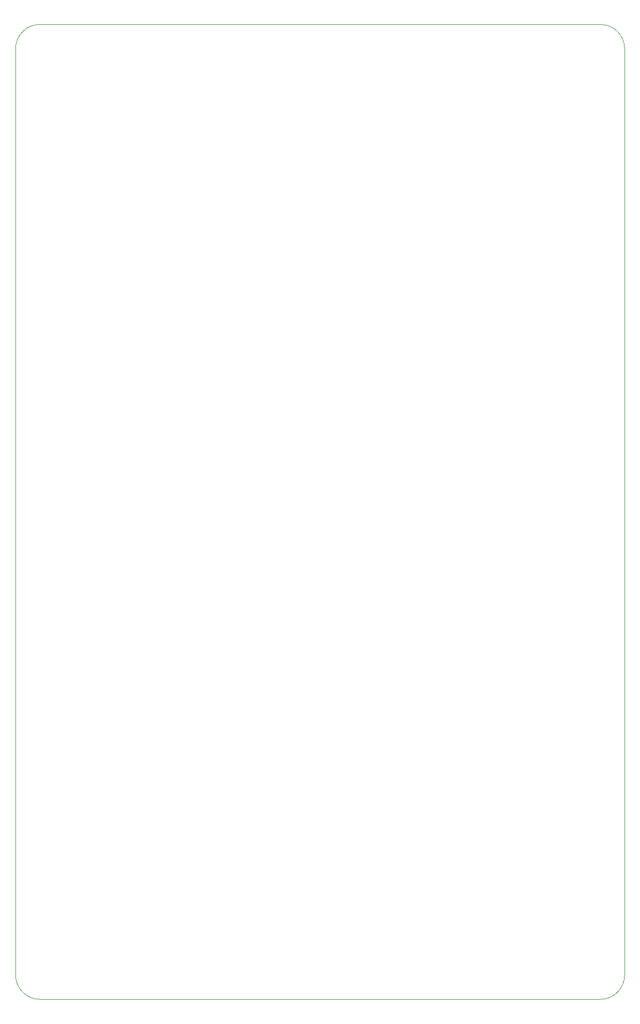
<source format=gbr>
%TF.GenerationSoftware,KiCad,Pcbnew,(6.0.10)*%
%TF.CreationDate,2023-01-16T11:30:22+01:00*%
%TF.ProjectId,BatteryDischargerV1,42617474-6572-4794-9469-736368617267,rev?*%
%TF.SameCoordinates,Original*%
%TF.FileFunction,Profile,NP*%
%FSLAX46Y46*%
G04 Gerber Fmt 4.6, Leading zero omitted, Abs format (unit mm)*
G04 Created by KiCad (PCBNEW (6.0.10)) date 2023-01-16 11:30:22*
%MOMM*%
%LPD*%
G01*
G04 APERTURE LIST*
%TA.AperFunction,Profile*%
%ADD10C,0.100000*%
%TD*%
G04 APERTURE END LIST*
D10*
X152250000Y-178750000D02*
X60250000Y-178750000D01*
X152250000Y-178750000D02*
G75*
G03*
X156250000Y-174750000I0J4000000D01*
G01*
X156250000Y-174750000D02*
X156250000Y-22750000D01*
X60250000Y-18750000D02*
X152250000Y-18750000D01*
X56250000Y-174750000D02*
G75*
G03*
X60250000Y-178750000I4000000J0D01*
G01*
X56250000Y-22750000D02*
X56250000Y-174750000D01*
X60250000Y-18750000D02*
G75*
G03*
X56250000Y-22750000I0J-4000000D01*
G01*
X156250000Y-22750000D02*
G75*
G03*
X152250000Y-18750000I-4000000J0D01*
G01*
M02*

</source>
